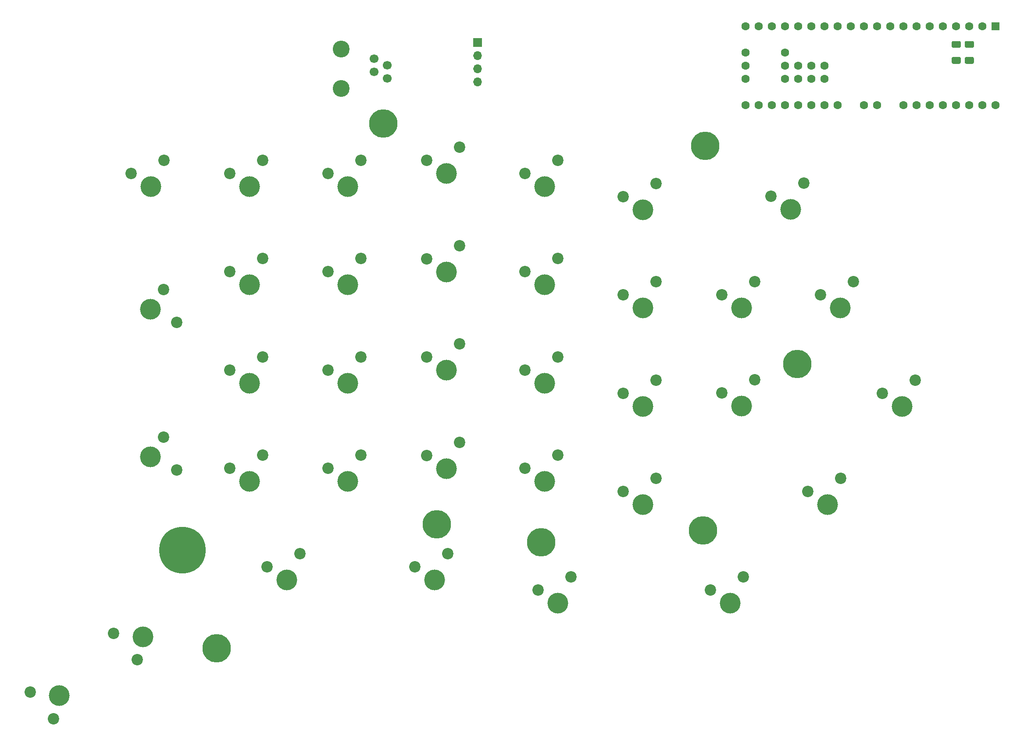
<source format=gts>
G04 #@! TF.GenerationSoftware,KiCad,Pcbnew,5.1.9-73d0e3b20d~88~ubuntu20.04.1*
G04 #@! TF.CreationDate,2021-01-19T00:06:27+03:00*
G04 #@! TF.ProjectId,jeaex-right,6a656165-782d-4726-9967-68742e6b6963,rev?*
G04 #@! TF.SameCoordinates,Original*
G04 #@! TF.FileFunction,Soldermask,Top*
G04 #@! TF.FilePolarity,Negative*
%FSLAX46Y46*%
G04 Gerber Fmt 4.6, Leading zero omitted, Abs format (unit mm)*
G04 Created by KiCad (PCBNEW 5.1.9-73d0e3b20d~88~ubuntu20.04.1) date 2021-01-19 00:06:27*
%MOMM*%
%LPD*%
G01*
G04 APERTURE LIST*
%ADD10C,5.500000*%
%ADD11C,9.000000*%
%ADD12C,1.600000*%
%ADD13R,1.600000X1.600000*%
%ADD14O,1.700000X1.700000*%
%ADD15R,1.700000X1.700000*%
%ADD16C,3.250000*%
%ADD17C,1.700000*%
%ADD18C,2.200000*%
%ADD19C,4.000000*%
G04 APERTURE END LIST*
D10*
G04 #@! TO.C,REF\u002A\u002A*
X141730000Y-197340000D03*
G04 #@! TD*
D11*
G04 #@! TO.C,REF\u002A\u002A*
X135140000Y-178390000D03*
G04 #@! TD*
G04 #@! TO.C,R3*
G36*
G01*
X287685000Y-81260000D02*
X286435000Y-81260000D01*
G75*
G02*
X286185000Y-81010000I0J250000D01*
G01*
X286185000Y-80210000D01*
G75*
G02*
X286435000Y-79960000I250000J0D01*
G01*
X287685000Y-79960000D01*
G75*
G02*
X287935000Y-80210000I0J-250000D01*
G01*
X287935000Y-81010000D01*
G75*
G02*
X287685000Y-81260000I-250000J0D01*
G01*
G37*
G36*
G01*
X287685000Y-84360000D02*
X286435000Y-84360000D01*
G75*
G02*
X286185000Y-84110000I0J250000D01*
G01*
X286185000Y-83310000D01*
G75*
G02*
X286435000Y-83060000I250000J0D01*
G01*
X287685000Y-83060000D01*
G75*
G02*
X287935000Y-83310000I0J-250000D01*
G01*
X287935000Y-84110000D01*
G75*
G02*
X287685000Y-84360000I-250000J0D01*
G01*
G37*
G04 #@! TD*
G04 #@! TO.C,R2*
G36*
G01*
X285155000Y-81260000D02*
X283905000Y-81260000D01*
G75*
G02*
X283655000Y-81010000I0J250000D01*
G01*
X283655000Y-80210000D01*
G75*
G02*
X283905000Y-79960000I250000J0D01*
G01*
X285155000Y-79960000D01*
G75*
G02*
X285405000Y-80210000I0J-250000D01*
G01*
X285405000Y-81010000D01*
G75*
G02*
X285155000Y-81260000I-250000J0D01*
G01*
G37*
G36*
G01*
X285155000Y-84360000D02*
X283905000Y-84360000D01*
G75*
G02*
X283655000Y-84110000I0J250000D01*
G01*
X283655000Y-83310000D01*
G75*
G02*
X283905000Y-83060000I250000J0D01*
G01*
X285155000Y-83060000D01*
G75*
G02*
X285405000Y-83310000I0J-250000D01*
G01*
X285405000Y-84110000D01*
G75*
G02*
X285155000Y-84360000I-250000J0D01*
G01*
G37*
G04 #@! TD*
D12*
G04 #@! TO.C,U1*
X271820000Y-77100000D03*
X269280000Y-77100000D03*
X266740000Y-77100000D03*
X274360000Y-77100000D03*
X276900000Y-77100000D03*
X279440000Y-77100000D03*
X281980000Y-77100000D03*
X284520000Y-77100000D03*
X287060000Y-77100000D03*
X289600000Y-77100000D03*
D13*
X292140000Y-77100000D03*
D12*
X264200000Y-77100000D03*
X261660000Y-77100000D03*
X259120000Y-77100000D03*
X256580000Y-77100000D03*
X254040000Y-77100000D03*
X251500000Y-77100000D03*
X248960000Y-77100000D03*
X246420000Y-77100000D03*
X243880000Y-77100000D03*
X243880000Y-82180000D03*
X243880000Y-84720000D03*
X243880000Y-87260000D03*
X243880000Y-92340000D03*
X246420000Y-92340000D03*
X248960000Y-92340000D03*
X251500000Y-92340000D03*
X254040000Y-92340000D03*
X256580000Y-92340000D03*
X259120000Y-92340000D03*
X261660000Y-92340000D03*
X266740000Y-92340000D03*
X269280000Y-92340000D03*
X274360000Y-92340000D03*
X276900000Y-92340000D03*
X279440000Y-92340000D03*
X281980000Y-92340000D03*
X284520000Y-92340000D03*
X287060000Y-92340000D03*
X289600000Y-92340000D03*
X292140000Y-92340000D03*
X259120000Y-87260000D03*
X256580000Y-87260000D03*
X254040000Y-87260000D03*
X251500000Y-87260000D03*
X259120000Y-84720000D03*
X256580000Y-84720000D03*
X254040000Y-84720000D03*
X251500000Y-84720000D03*
X251500000Y-82180000D03*
G04 #@! TD*
D14*
G04 #@! TO.C,J2*
X192150000Y-87880000D03*
X192150000Y-85340000D03*
X192150000Y-82800000D03*
D15*
X192150000Y-80260000D03*
G04 #@! TD*
D10*
G04 #@! TO.C,REF\u002A\u002A*
X173910000Y-95930000D03*
G04 #@! TD*
G04 #@! TO.C,REF\u002A\u002A*
X236030000Y-100220000D03*
G04 #@! TD*
G04 #@! TO.C,REF\u002A\u002A*
X253840000Y-142360000D03*
G04 #@! TD*
G04 #@! TO.C,REF\u002A\u002A*
X235660000Y-174610000D03*
G04 #@! TD*
G04 #@! TO.C,REF\u002A\u002A*
X204410000Y-176820000D03*
G04 #@! TD*
G04 #@! TO.C,REF\u002A\u002A*
X184250000Y-173380000D03*
G04 #@! TD*
D16*
G04 #@! TO.C,J1*
X165800000Y-81510000D03*
X165800000Y-89150000D03*
D17*
X172150000Y-83425000D03*
X172150000Y-85965000D03*
X174690000Y-84695000D03*
X174690000Y-87235000D03*
G04 #@! TD*
D18*
G04 #@! TO.C,SW1*
X131560000Y-103020000D03*
X125210000Y-105560000D03*
D19*
X129020000Y-108100000D03*
G04 #@! TD*
D18*
G04 #@! TO.C,SW2*
X134050000Y-134390000D03*
X131510000Y-128040000D03*
D19*
X128970000Y-131850000D03*
G04 #@! TD*
G04 #@! TO.C,SW3*
X128970000Y-160340000D03*
D18*
X131510000Y-156530000D03*
X134050000Y-162880000D03*
G04 #@! TD*
G04 #@! TO.C,SW4*
X105720000Y-205850000D03*
X110278647Y-210948317D03*
D19*
X111362370Y-206499357D03*
G04 #@! TD*
G04 #@! TO.C,SW5*
X148050000Y-108080000D03*
D18*
X144240000Y-105540000D03*
X150590000Y-103000000D03*
G04 #@! TD*
D19*
G04 #@! TO.C,SW6*
X148050000Y-127090000D03*
D18*
X144240000Y-124550000D03*
X150590000Y-122010000D03*
G04 #@! TD*
D19*
G04 #@! TO.C,SW7*
X148050000Y-146080000D03*
D18*
X144240000Y-143540000D03*
X150590000Y-141000000D03*
G04 #@! TD*
G04 #@! TO.C,SW8*
X150590000Y-160010000D03*
X144240000Y-162550000D03*
D19*
X148050000Y-165090000D03*
G04 #@! TD*
G04 #@! TO.C,SW9*
X127510000Y-195130000D03*
D18*
X126426277Y-199578960D03*
X121867630Y-194480643D03*
G04 #@! TD*
G04 #@! TO.C,SW10*
X169580000Y-103010000D03*
X163230000Y-105550000D03*
D19*
X167040000Y-108090000D03*
G04 #@! TD*
G04 #@! TO.C,SW11*
X167050000Y-127090000D03*
D18*
X163240000Y-124550000D03*
X169590000Y-122010000D03*
G04 #@! TD*
G04 #@! TO.C,SW12*
X169590000Y-141000000D03*
X163240000Y-143540000D03*
D19*
X167050000Y-146080000D03*
G04 #@! TD*
G04 #@! TO.C,SW13*
X167050000Y-165090000D03*
D18*
X163240000Y-162550000D03*
X169590000Y-160010000D03*
G04 #@! TD*
G04 #@! TO.C,SW14*
X157830000Y-179060000D03*
X151480000Y-181600000D03*
D19*
X155290000Y-184140000D03*
G04 #@! TD*
G04 #@! TO.C,SW15*
X186070000Y-105580000D03*
D18*
X182260000Y-103040000D03*
X188610000Y-100500000D03*
G04 #@! TD*
D19*
G04 #@! TO.C,SW16*
X186070000Y-124590000D03*
D18*
X182260000Y-122050000D03*
X188610000Y-119510000D03*
G04 #@! TD*
G04 #@! TO.C,SW17*
X188610000Y-138500000D03*
X182260000Y-141040000D03*
D19*
X186070000Y-143580000D03*
G04 #@! TD*
D18*
G04 #@! TO.C,SW18*
X188610000Y-157510000D03*
X182260000Y-160050000D03*
D19*
X186070000Y-162590000D03*
G04 #@! TD*
G04 #@! TO.C,SW19*
X183830000Y-184140000D03*
D18*
X180020000Y-181600000D03*
X186370000Y-179060000D03*
G04 #@! TD*
G04 #@! TO.C,SW20*
X207610000Y-103000000D03*
X201260000Y-105540000D03*
D19*
X205070000Y-108080000D03*
G04 #@! TD*
G04 #@! TO.C,SW21*
X205070000Y-127080000D03*
D18*
X201260000Y-124540000D03*
X207610000Y-122000000D03*
G04 #@! TD*
D19*
G04 #@! TO.C,SW22*
X205070000Y-146090000D03*
D18*
X201260000Y-143550000D03*
X207610000Y-141010000D03*
G04 #@! TD*
G04 #@! TO.C,SW23*
X207610000Y-160010000D03*
X201260000Y-162550000D03*
D19*
X205070000Y-165090000D03*
G04 #@! TD*
D18*
G04 #@! TO.C,SW24*
X210110000Y-183550000D03*
X203760000Y-186090000D03*
D19*
X207570000Y-188630000D03*
G04 #@! TD*
D18*
G04 #@! TO.C,SW25*
X226610000Y-107510000D03*
X220260000Y-110050000D03*
D19*
X224070000Y-112590000D03*
G04 #@! TD*
G04 #@! TO.C,SW26*
X224070000Y-131590000D03*
D18*
X220260000Y-129050000D03*
X226610000Y-126510000D03*
G04 #@! TD*
G04 #@! TO.C,SW27*
X226610000Y-145500000D03*
X220260000Y-148040000D03*
D19*
X224070000Y-150580000D03*
G04 #@! TD*
D18*
G04 #@! TO.C,SW28*
X226610000Y-164500000D03*
X220260000Y-167040000D03*
D19*
X224070000Y-169580000D03*
G04 #@! TD*
G04 #@! TO.C,SW29*
X240920000Y-188620000D03*
D18*
X237110000Y-186080000D03*
X243460000Y-183540000D03*
G04 #@! TD*
G04 #@! TO.C,SW30*
X255070000Y-107430000D03*
X248720000Y-109970000D03*
D19*
X252530000Y-112510000D03*
G04 #@! TD*
G04 #@! TO.C,SW31*
X243070000Y-131560000D03*
D18*
X239260000Y-129020000D03*
X245610000Y-126480000D03*
G04 #@! TD*
G04 #@! TO.C,SW32*
X245600000Y-145480000D03*
X239250000Y-148020000D03*
D19*
X243060000Y-150560000D03*
G04 #@! TD*
D18*
G04 #@! TO.C,SW33*
X262210000Y-164530000D03*
X255860000Y-167070000D03*
D19*
X259670000Y-169610000D03*
G04 #@! TD*
G04 #@! TO.C,SW34*
X262120000Y-131560000D03*
D18*
X258310000Y-129020000D03*
X264660000Y-126480000D03*
G04 #@! TD*
G04 #@! TO.C,SW35*
X276610000Y-145520000D03*
X270260000Y-148060000D03*
D19*
X274070000Y-150600000D03*
G04 #@! TD*
M02*

</source>
